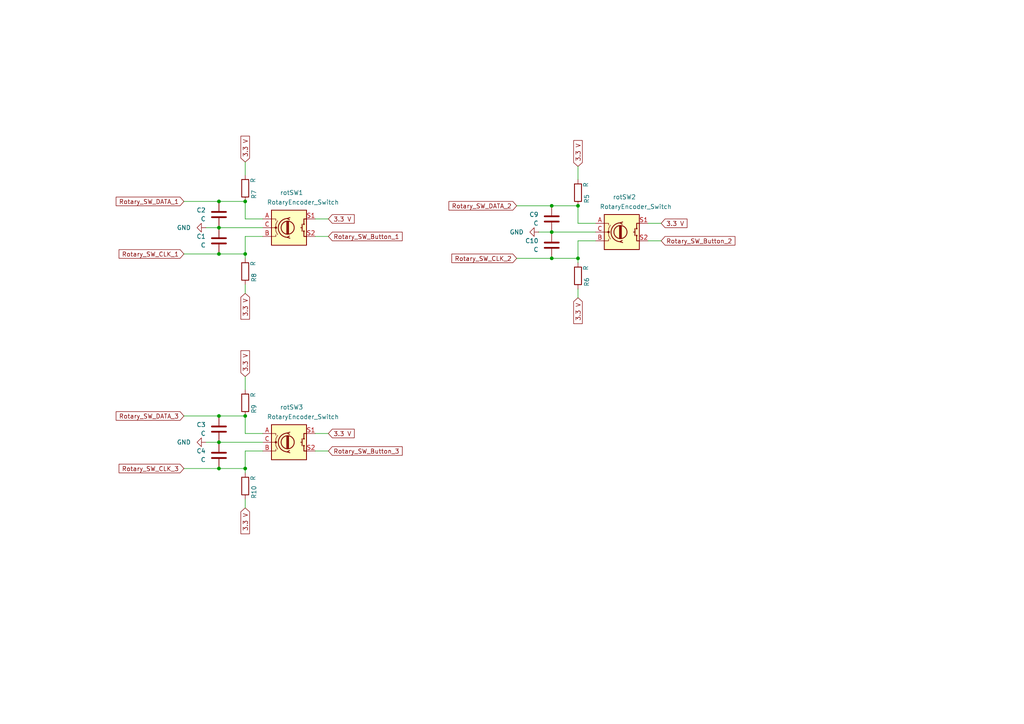
<source format=kicad_sch>
(kicad_sch
	(version 20231120)
	(generator "eeschema")
	(generator_version "8.0")
	(uuid "25d4b2e1-2754-4b25-ad4e-34e4f9c219b2")
	(paper "A4")
	(lib_symbols
		(symbol "Device:C"
			(pin_numbers hide)
			(pin_names
				(offset 0.254)
			)
			(exclude_from_sim no)
			(in_bom yes)
			(on_board yes)
			(property "Reference" "C"
				(at 0.635 2.54 0)
				(effects
					(font
						(size 1.27 1.27)
					)
					(justify left)
				)
			)
			(property "Value" "C"
				(at 0.635 -2.54 0)
				(effects
					(font
						(size 1.27 1.27)
					)
					(justify left)
				)
			)
			(property "Footprint" ""
				(at 0.9652 -3.81 0)
				(effects
					(font
						(size 1.27 1.27)
					)
					(hide yes)
				)
			)
			(property "Datasheet" "~"
				(at 0 0 0)
				(effects
					(font
						(size 1.27 1.27)
					)
					(hide yes)
				)
			)
			(property "Description" "Unpolarized capacitor"
				(at 0 0 0)
				(effects
					(font
						(size 1.27 1.27)
					)
					(hide yes)
				)
			)
			(property "ki_keywords" "cap capacitor"
				(at 0 0 0)
				(effects
					(font
						(size 1.27 1.27)
					)
					(hide yes)
				)
			)
			(property "ki_fp_filters" "C_*"
				(at 0 0 0)
				(effects
					(font
						(size 1.27 1.27)
					)
					(hide yes)
				)
			)
			(symbol "C_0_1"
				(polyline
					(pts
						(xy -2.032 -0.762) (xy 2.032 -0.762)
					)
					(stroke
						(width 0.508)
						(type default)
					)
					(fill
						(type none)
					)
				)
				(polyline
					(pts
						(xy -2.032 0.762) (xy 2.032 0.762)
					)
					(stroke
						(width 0.508)
						(type default)
					)
					(fill
						(type none)
					)
				)
			)
			(symbol "C_1_1"
				(pin passive line
					(at 0 3.81 270)
					(length 2.794)
					(name "~"
						(effects
							(font
								(size 1.27 1.27)
							)
						)
					)
					(number "1"
						(effects
							(font
								(size 1.27 1.27)
							)
						)
					)
				)
				(pin passive line
					(at 0 -3.81 90)
					(length 2.794)
					(name "~"
						(effects
							(font
								(size 1.27 1.27)
							)
						)
					)
					(number "2"
						(effects
							(font
								(size 1.27 1.27)
							)
						)
					)
				)
			)
		)
		(symbol "Device:R"
			(pin_numbers hide)
			(pin_names
				(offset 0)
			)
			(exclude_from_sim no)
			(in_bom yes)
			(on_board yes)
			(property "Reference" "R"
				(at 2.032 0 90)
				(effects
					(font
						(size 1.27 1.27)
					)
				)
			)
			(property "Value" "R"
				(at 0 0 90)
				(effects
					(font
						(size 1.27 1.27)
					)
				)
			)
			(property "Footprint" ""
				(at -1.778 0 90)
				(effects
					(font
						(size 1.27 1.27)
					)
					(hide yes)
				)
			)
			(property "Datasheet" "~"
				(at 0 0 0)
				(effects
					(font
						(size 1.27 1.27)
					)
					(hide yes)
				)
			)
			(property "Description" "Resistor"
				(at 0 0 0)
				(effects
					(font
						(size 1.27 1.27)
					)
					(hide yes)
				)
			)
			(property "ki_keywords" "R res resistor"
				(at 0 0 0)
				(effects
					(font
						(size 1.27 1.27)
					)
					(hide yes)
				)
			)
			(property "ki_fp_filters" "R_*"
				(at 0 0 0)
				(effects
					(font
						(size 1.27 1.27)
					)
					(hide yes)
				)
			)
			(symbol "R_0_1"
				(rectangle
					(start -1.016 -2.54)
					(end 1.016 2.54)
					(stroke
						(width 0.254)
						(type default)
					)
					(fill
						(type none)
					)
				)
			)
			(symbol "R_1_1"
				(pin passive line
					(at 0 3.81 270)
					(length 1.27)
					(name "~"
						(effects
							(font
								(size 1.27 1.27)
							)
						)
					)
					(number "1"
						(effects
							(font
								(size 1.27 1.27)
							)
						)
					)
				)
				(pin passive line
					(at 0 -3.81 90)
					(length 1.27)
					(name "~"
						(effects
							(font
								(size 1.27 1.27)
							)
						)
					)
					(number "2"
						(effects
							(font
								(size 1.27 1.27)
							)
						)
					)
				)
			)
		)
		(symbol "Device:RotaryEncoder_Switch"
			(pin_names
				(offset 0.254) hide)
			(exclude_from_sim no)
			(in_bom yes)
			(on_board yes)
			(property "Reference" "SW"
				(at 0 6.604 0)
				(effects
					(font
						(size 1.27 1.27)
					)
				)
			)
			(property "Value" "RotaryEncoder_Switch"
				(at 0 -6.604 0)
				(effects
					(font
						(size 1.27 1.27)
					)
				)
			)
			(property "Footprint" ""
				(at -3.81 4.064 0)
				(effects
					(font
						(size 1.27 1.27)
					)
					(hide yes)
				)
			)
			(property "Datasheet" "~"
				(at 0 6.604 0)
				(effects
					(font
						(size 1.27 1.27)
					)
					(hide yes)
				)
			)
			(property "Description" "Rotary encoder, dual channel, incremental quadrate outputs, with switch"
				(at 0 0 0)
				(effects
					(font
						(size 1.27 1.27)
					)
					(hide yes)
				)
			)
			(property "ki_keywords" "rotary switch encoder switch push button"
				(at 0 0 0)
				(effects
					(font
						(size 1.27 1.27)
					)
					(hide yes)
				)
			)
			(property "ki_fp_filters" "RotaryEncoder*Switch*"
				(at 0 0 0)
				(effects
					(font
						(size 1.27 1.27)
					)
					(hide yes)
				)
			)
			(symbol "RotaryEncoder_Switch_0_1"
				(rectangle
					(start -5.08 5.08)
					(end 5.08 -5.08)
					(stroke
						(width 0.254)
						(type default)
					)
					(fill
						(type background)
					)
				)
				(circle
					(center -3.81 0)
					(radius 0.254)
					(stroke
						(width 0)
						(type default)
					)
					(fill
						(type outline)
					)
				)
				(circle
					(center -0.381 0)
					(radius 1.905)
					(stroke
						(width 0.254)
						(type default)
					)
					(fill
						(type none)
					)
				)
				(arc
					(start -0.381 2.667)
					(mid -3.0988 -0.0635)
					(end -0.381 -2.794)
					(stroke
						(width 0.254)
						(type default)
					)
					(fill
						(type none)
					)
				)
				(polyline
					(pts
						(xy -0.635 -1.778) (xy -0.635 1.778)
					)
					(stroke
						(width 0.254)
						(type default)
					)
					(fill
						(type none)
					)
				)
				(polyline
					(pts
						(xy -0.381 -1.778) (xy -0.381 1.778)
					)
					(stroke
						(width 0.254)
						(type default)
					)
					(fill
						(type none)
					)
				)
				(polyline
					(pts
						(xy -0.127 1.778) (xy -0.127 -1.778)
					)
					(stroke
						(width 0.254)
						(type default)
					)
					(fill
						(type none)
					)
				)
				(polyline
					(pts
						(xy 3.81 0) (xy 3.429 0)
					)
					(stroke
						(width 0.254)
						(type default)
					)
					(fill
						(type none)
					)
				)
				(polyline
					(pts
						(xy 3.81 1.016) (xy 3.81 -1.016)
					)
					(stroke
						(width 0.254)
						(type default)
					)
					(fill
						(type none)
					)
				)
				(polyline
					(pts
						(xy -5.08 -2.54) (xy -3.81 -2.54) (xy -3.81 -2.032)
					)
					(stroke
						(width 0)
						(type default)
					)
					(fill
						(type none)
					)
				)
				(polyline
					(pts
						(xy -5.08 2.54) (xy -3.81 2.54) (xy -3.81 2.032)
					)
					(stroke
						(width 0)
						(type default)
					)
					(fill
						(type none)
					)
				)
				(polyline
					(pts
						(xy 0.254 -3.048) (xy -0.508 -2.794) (xy 0.127 -2.413)
					)
					(stroke
						(width 0.254)
						(type default)
					)
					(fill
						(type none)
					)
				)
				(polyline
					(pts
						(xy 0.254 2.921) (xy -0.508 2.667) (xy 0.127 2.286)
					)
					(stroke
						(width 0.254)
						(type default)
					)
					(fill
						(type none)
					)
				)
				(polyline
					(pts
						(xy 5.08 -2.54) (xy 4.318 -2.54) (xy 4.318 -1.016)
					)
					(stroke
						(width 0.254)
						(type default)
					)
					(fill
						(type none)
					)
				)
				(polyline
					(pts
						(xy 5.08 2.54) (xy 4.318 2.54) (xy 4.318 1.016)
					)
					(stroke
						(width 0.254)
						(type default)
					)
					(fill
						(type none)
					)
				)
				(polyline
					(pts
						(xy -5.08 0) (xy -3.81 0) (xy -3.81 -1.016) (xy -3.302 -2.032)
					)
					(stroke
						(width 0)
						(type default)
					)
					(fill
						(type none)
					)
				)
				(polyline
					(pts
						(xy -4.318 0) (xy -3.81 0) (xy -3.81 1.016) (xy -3.302 2.032)
					)
					(stroke
						(width 0)
						(type default)
					)
					(fill
						(type none)
					)
				)
				(circle
					(center 4.318 -1.016)
					(radius 0.127)
					(stroke
						(width 0.254)
						(type default)
					)
					(fill
						(type none)
					)
				)
				(circle
					(center 4.318 1.016)
					(radius 0.127)
					(stroke
						(width 0.254)
						(type default)
					)
					(fill
						(type none)
					)
				)
			)
			(symbol "RotaryEncoder_Switch_1_1"
				(pin passive line
					(at -7.62 2.54 0)
					(length 2.54)
					(name "A"
						(effects
							(font
								(size 1.27 1.27)
							)
						)
					)
					(number "A"
						(effects
							(font
								(size 1.27 1.27)
							)
						)
					)
				)
				(pin passive line
					(at -7.62 -2.54 0)
					(length 2.54)
					(name "B"
						(effects
							(font
								(size 1.27 1.27)
							)
						)
					)
					(number "B"
						(effects
							(font
								(size 1.27 1.27)
							)
						)
					)
				)
				(pin passive line
					(at -7.62 0 0)
					(length 2.54)
					(name "C"
						(effects
							(font
								(size 1.27 1.27)
							)
						)
					)
					(number "C"
						(effects
							(font
								(size 1.27 1.27)
							)
						)
					)
				)
				(pin passive line
					(at 7.62 2.54 180)
					(length 2.54)
					(name "S1"
						(effects
							(font
								(size 1.27 1.27)
							)
						)
					)
					(number "S1"
						(effects
							(font
								(size 1.27 1.27)
							)
						)
					)
				)
				(pin passive line
					(at 7.62 -2.54 180)
					(length 2.54)
					(name "S2"
						(effects
							(font
								(size 1.27 1.27)
							)
						)
					)
					(number "S2"
						(effects
							(font
								(size 1.27 1.27)
							)
						)
					)
				)
			)
		)
		(symbol "power:GND"
			(power)
			(pin_numbers hide)
			(pin_names
				(offset 0) hide)
			(exclude_from_sim no)
			(in_bom yes)
			(on_board yes)
			(property "Reference" "#PWR"
				(at 0 -6.35 0)
				(effects
					(font
						(size 1.27 1.27)
					)
					(hide yes)
				)
			)
			(property "Value" "GND"
				(at 0 -3.81 0)
				(effects
					(font
						(size 1.27 1.27)
					)
				)
			)
			(property "Footprint" ""
				(at 0 0 0)
				(effects
					(font
						(size 1.27 1.27)
					)
					(hide yes)
				)
			)
			(property "Datasheet" ""
				(at 0 0 0)
				(effects
					(font
						(size 1.27 1.27)
					)
					(hide yes)
				)
			)
			(property "Description" "Power symbol creates a global label with name \"GND\" , ground"
				(at 0 0 0)
				(effects
					(font
						(size 1.27 1.27)
					)
					(hide yes)
				)
			)
			(property "ki_keywords" "global power"
				(at 0 0 0)
				(effects
					(font
						(size 1.27 1.27)
					)
					(hide yes)
				)
			)
			(symbol "GND_0_1"
				(polyline
					(pts
						(xy 0 0) (xy 0 -1.27) (xy 1.27 -1.27) (xy 0 -2.54) (xy -1.27 -1.27) (xy 0 -1.27)
					)
					(stroke
						(width 0)
						(type default)
					)
					(fill
						(type none)
					)
				)
			)
			(symbol "GND_1_1"
				(pin power_in line
					(at 0 0 270)
					(length 0)
					(name "~"
						(effects
							(font
								(size 1.27 1.27)
							)
						)
					)
					(number "1"
						(effects
							(font
								(size 1.27 1.27)
							)
						)
					)
				)
			)
		)
	)
	(junction
		(at 160.02 74.93)
		(diameter 0)
		(color 0 0 0 0)
		(uuid "1463ff94-cca6-4836-8a64-e7c53534f64a")
	)
	(junction
		(at 63.5 73.66)
		(diameter 0)
		(color 0 0 0 0)
		(uuid "1ad73867-fa24-43cf-969d-11562a50d8ad")
	)
	(junction
		(at 63.5 120.65)
		(diameter 0)
		(color 0 0 0 0)
		(uuid "423ae16c-1244-4b06-aeae-612c24002ef7")
	)
	(junction
		(at 63.5 128.27)
		(diameter 0)
		(color 0 0 0 0)
		(uuid "56bbe150-b2b9-4532-a2fa-2a7b6f17779d")
	)
	(junction
		(at 167.64 74.93)
		(diameter 0)
		(color 0 0 0 0)
		(uuid "6130aa74-dd41-4e6e-b727-2054fd7583ca")
	)
	(junction
		(at 63.5 135.89)
		(diameter 0)
		(color 0 0 0 0)
		(uuid "79b1c327-299a-45d6-840b-a897da6b2de7")
	)
	(junction
		(at 63.5 58.42)
		(diameter 0)
		(color 0 0 0 0)
		(uuid "7ee3946e-3b68-415c-bddf-5afd4d2af77d")
	)
	(junction
		(at 71.12 120.65)
		(diameter 0)
		(color 0 0 0 0)
		(uuid "813ec9fa-7d1c-4223-8312-df8f1b1839a5")
	)
	(junction
		(at 71.12 73.66)
		(diameter 0)
		(color 0 0 0 0)
		(uuid "87d2832a-0962-46df-90bb-c27fccc3fe80")
	)
	(junction
		(at 71.12 58.42)
		(diameter 0)
		(color 0 0 0 0)
		(uuid "a9337258-19b7-430a-bdd4-e04647703ab3")
	)
	(junction
		(at 160.02 67.31)
		(diameter 0)
		(color 0 0 0 0)
		(uuid "b84dfd47-a0ff-43bf-b55c-22d0f7fdf493")
	)
	(junction
		(at 160.02 59.69)
		(diameter 0)
		(color 0 0 0 0)
		(uuid "bab6d251-97f7-463b-85b7-4bc7c6a39739")
	)
	(junction
		(at 71.12 135.89)
		(diameter 0)
		(color 0 0 0 0)
		(uuid "bf160b35-55ed-4ae4-8405-99c18845a191")
	)
	(junction
		(at 167.64 59.69)
		(diameter 0)
		(color 0 0 0 0)
		(uuid "def6721f-b070-4f23-a5a9-b05f0515aace")
	)
	(junction
		(at 63.5 66.04)
		(diameter 0)
		(color 0 0 0 0)
		(uuid "eacde767-4fa3-4e42-9ce1-d31de24c77da")
	)
	(wire
		(pts
			(xy 63.5 128.27) (xy 76.2 128.27)
		)
		(stroke
			(width 0)
			(type default)
		)
		(uuid "0b83bd34-e629-47c4-a769-07b14fad2de8")
	)
	(wire
		(pts
			(xy 160.02 59.69) (xy 167.64 59.69)
		)
		(stroke
			(width 0)
			(type default)
		)
		(uuid "0eafcef7-94de-4be3-9fcb-f4a6c64d8710")
	)
	(wire
		(pts
			(xy 53.34 120.65) (xy 63.5 120.65)
		)
		(stroke
			(width 0)
			(type default)
		)
		(uuid "164731d1-f67e-4e9c-8045-4f4184829f98")
	)
	(wire
		(pts
			(xy 167.64 64.77) (xy 172.72 64.77)
		)
		(stroke
			(width 0)
			(type default)
		)
		(uuid "16b58538-85f2-4c9e-a42b-84e014ca7756")
	)
	(wire
		(pts
			(xy 71.12 120.65) (xy 71.12 125.73)
		)
		(stroke
			(width 0)
			(type default)
		)
		(uuid "19306410-eb79-43c5-a4b6-5992f94e1583")
	)
	(wire
		(pts
			(xy 167.64 69.85) (xy 172.72 69.85)
		)
		(stroke
			(width 0)
			(type default)
		)
		(uuid "375f6331-7b72-45df-8d16-9d0b8c576d51")
	)
	(wire
		(pts
			(xy 95.25 130.81) (xy 91.44 130.81)
		)
		(stroke
			(width 0)
			(type default)
		)
		(uuid "3d7ff5f9-a184-4838-8876-96cf266ab25c")
	)
	(wire
		(pts
			(xy 71.12 73.66) (xy 71.12 74.93)
		)
		(stroke
			(width 0)
			(type default)
		)
		(uuid "3f948168-1b21-4cb7-8229-3025cc39d983")
	)
	(wire
		(pts
			(xy 71.12 125.73) (xy 76.2 125.73)
		)
		(stroke
			(width 0)
			(type default)
		)
		(uuid "42e1af0f-254c-4859-a35c-619e0ba44e3a")
	)
	(wire
		(pts
			(xy 71.12 73.66) (xy 71.12 68.58)
		)
		(stroke
			(width 0)
			(type default)
		)
		(uuid "5202a28b-7173-4238-9973-e0319d2ade43")
	)
	(wire
		(pts
			(xy 191.77 69.85) (xy 187.96 69.85)
		)
		(stroke
			(width 0)
			(type default)
		)
		(uuid "5460a0b3-287c-4ede-9f42-ad36a77efc0b")
	)
	(wire
		(pts
			(xy 63.5 120.65) (xy 71.12 120.65)
		)
		(stroke
			(width 0)
			(type default)
		)
		(uuid "5520e068-e48a-4950-a6e6-5d91924bee3c")
	)
	(wire
		(pts
			(xy 71.12 68.58) (xy 76.2 68.58)
		)
		(stroke
			(width 0)
			(type default)
		)
		(uuid "598018df-7620-49c1-b3c0-230a8e832550")
	)
	(wire
		(pts
			(xy 71.12 58.42) (xy 71.12 63.5)
		)
		(stroke
			(width 0)
			(type default)
		)
		(uuid "5faac933-ee66-40e6-93b9-e80828ea77c6")
	)
	(wire
		(pts
			(xy 53.34 58.42) (xy 63.5 58.42)
		)
		(stroke
			(width 0)
			(type default)
		)
		(uuid "64a5d91d-50ea-4b87-a258-a7cd88635744")
	)
	(wire
		(pts
			(xy 71.12 63.5) (xy 76.2 63.5)
		)
		(stroke
			(width 0)
			(type default)
		)
		(uuid "6ab3701d-c4d9-43db-8569-bb733138011b")
	)
	(wire
		(pts
			(xy 167.64 48.26) (xy 167.64 52.07)
		)
		(stroke
			(width 0)
			(type default)
		)
		(uuid "6d2cbeaa-a1f1-441f-9877-4352376cf16c")
	)
	(wire
		(pts
			(xy 71.12 130.81) (xy 76.2 130.81)
		)
		(stroke
			(width 0)
			(type default)
		)
		(uuid "6fbc59b8-ea35-45aa-a5ea-1523d0177abf")
	)
	(wire
		(pts
			(xy 53.34 135.89) (xy 63.5 135.89)
		)
		(stroke
			(width 0)
			(type default)
		)
		(uuid "7d592f4a-8e15-4fbe-ab3a-d641022b33b3")
	)
	(wire
		(pts
			(xy 160.02 67.31) (xy 172.72 67.31)
		)
		(stroke
			(width 0)
			(type default)
		)
		(uuid "889c6ef6-ecf5-436e-95b9-9546e56313c9")
	)
	(wire
		(pts
			(xy 53.34 73.66) (xy 63.5 73.66)
		)
		(stroke
			(width 0)
			(type default)
		)
		(uuid "88bbc8db-ffda-4b70-a3bb-47fcd6cc1363")
	)
	(wire
		(pts
			(xy 71.12 135.89) (xy 71.12 137.16)
		)
		(stroke
			(width 0)
			(type default)
		)
		(uuid "8a4ae725-54d7-4c48-b9de-e9af3773edcf")
	)
	(wire
		(pts
			(xy 63.5 66.04) (xy 76.2 66.04)
		)
		(stroke
			(width 0)
			(type default)
		)
		(uuid "8c5cc251-3fb4-4457-a162-988c68dda5a7")
	)
	(wire
		(pts
			(xy 63.5 135.89) (xy 71.12 135.89)
		)
		(stroke
			(width 0)
			(type default)
		)
		(uuid "8e92e62f-2c81-4f60-affe-d30bdda0c87e")
	)
	(wire
		(pts
			(xy 167.64 59.69) (xy 167.64 64.77)
		)
		(stroke
			(width 0)
			(type default)
		)
		(uuid "8efb4c92-bbff-4003-a12f-212d9dccac8d")
	)
	(wire
		(pts
			(xy 95.25 68.58) (xy 91.44 68.58)
		)
		(stroke
			(width 0)
			(type default)
		)
		(uuid "92e409c2-f74a-4c8b-93b3-c0d46b8b35aa")
	)
	(wire
		(pts
			(xy 63.5 73.66) (xy 71.12 73.66)
		)
		(stroke
			(width 0)
			(type default)
		)
		(uuid "9aef6e0e-a352-499a-b595-6dd361d765ac")
	)
	(wire
		(pts
			(xy 149.86 59.69) (xy 160.02 59.69)
		)
		(stroke
			(width 0)
			(type default)
		)
		(uuid "a2c339f6-226c-420e-ad0f-2fbed69314b3")
	)
	(wire
		(pts
			(xy 95.25 125.73) (xy 91.44 125.73)
		)
		(stroke
			(width 0)
			(type default)
		)
		(uuid "a6af2f21-0078-4f80-9144-45626f036b35")
	)
	(wire
		(pts
			(xy 71.12 46.99) (xy 71.12 50.8)
		)
		(stroke
			(width 0)
			(type default)
		)
		(uuid "a8f17c70-0de4-4b66-9c2d-b00eef9999ca")
	)
	(wire
		(pts
			(xy 167.64 83.82) (xy 167.64 86.36)
		)
		(stroke
			(width 0)
			(type default)
		)
		(uuid "bc71c30b-d476-4d1c-8005-0268c7532fee")
	)
	(wire
		(pts
			(xy 149.86 74.93) (xy 160.02 74.93)
		)
		(stroke
			(width 0)
			(type default)
		)
		(uuid "bc8d86ee-f575-4c37-b45b-7619f47bbf84")
	)
	(wire
		(pts
			(xy 71.12 135.89) (xy 71.12 130.81)
		)
		(stroke
			(width 0)
			(type default)
		)
		(uuid "c1f10489-9402-4dc6-b41f-ed5cd7770535")
	)
	(wire
		(pts
			(xy 71.12 144.78) (xy 71.12 147.32)
		)
		(stroke
			(width 0)
			(type default)
		)
		(uuid "c2006770-2661-4120-973e-cea1ae20ec82")
	)
	(wire
		(pts
			(xy 71.12 109.22) (xy 71.12 113.03)
		)
		(stroke
			(width 0)
			(type default)
		)
		(uuid "c55bf247-06b5-47f9-a01b-80bc697d15bc")
	)
	(wire
		(pts
			(xy 167.64 74.93) (xy 167.64 76.2)
		)
		(stroke
			(width 0)
			(type default)
		)
		(uuid "d29a93aa-b63e-44e9-be29-1d5c6511d4a1")
	)
	(wire
		(pts
			(xy 95.25 63.5) (xy 91.44 63.5)
		)
		(stroke
			(width 0)
			(type default)
		)
		(uuid "d31610f0-761d-4cff-9bad-67abad69c915")
	)
	(wire
		(pts
			(xy 59.69 66.04) (xy 63.5 66.04)
		)
		(stroke
			(width 0)
			(type default)
		)
		(uuid "da3b629a-a303-4d03-81eb-c61f48730710")
	)
	(wire
		(pts
			(xy 71.12 82.55) (xy 71.12 85.09)
		)
		(stroke
			(width 0)
			(type default)
		)
		(uuid "e09eeb74-9b55-4258-aa1b-a1c26d6b8e39")
	)
	(wire
		(pts
			(xy 156.21 67.31) (xy 160.02 67.31)
		)
		(stroke
			(width 0)
			(type default)
		)
		(uuid "e1f94229-58b0-4eaa-bac1-655e2c24f5b6")
	)
	(wire
		(pts
			(xy 63.5 58.42) (xy 71.12 58.42)
		)
		(stroke
			(width 0)
			(type default)
		)
		(uuid "eb1a5e2b-b9c5-4b36-ac7d-901ae671eaff")
	)
	(wire
		(pts
			(xy 191.77 64.77) (xy 187.96 64.77)
		)
		(stroke
			(width 0)
			(type default)
		)
		(uuid "ef251cdc-813d-4332-bb8f-f7b46ec9ca11")
	)
	(wire
		(pts
			(xy 167.64 74.93) (xy 167.64 69.85)
		)
		(stroke
			(width 0)
			(type default)
		)
		(uuid "f972506f-82ae-49dd-bac8-61549819fd61")
	)
	(wire
		(pts
			(xy 59.69 128.27) (xy 63.5 128.27)
		)
		(stroke
			(width 0)
			(type default)
		)
		(uuid "f9952587-6472-4923-9a91-92ee7a3321a6")
	)
	(wire
		(pts
			(xy 160.02 74.93) (xy 167.64 74.93)
		)
		(stroke
			(width 0)
			(type default)
		)
		(uuid "ff796b29-1801-4af2-a304-90cea2587c6f")
	)
	(global_label "3.3 V"
		(shape input)
		(at 191.77 64.77 0)
		(fields_autoplaced yes)
		(effects
			(font
				(size 1.27 1.27)
			)
			(justify left)
		)
		(uuid "0191c47e-31cc-48fe-b474-7364b32a5557")
		(property "Intersheetrefs" "${INTERSHEET_REFS}"
			(at 199.8352 64.77 0)
			(effects
				(font
					(size 1.27 1.27)
				)
				(justify left)
				(hide yes)
			)
		)
	)
	(global_label "Rotary_SW_CLK_2"
		(shape input)
		(at 149.86 74.93 180)
		(fields_autoplaced yes)
		(effects
			(font
				(size 1.27 1.27)
			)
			(justify right)
		)
		(uuid "12b930ce-3d85-4f16-8566-76ec132329aa")
		(property "Intersheetrefs" "${INTERSHEET_REFS}"
			(at 130.486 74.93 0)
			(effects
				(font
					(size 1.27 1.27)
				)
				(justify right)
				(hide yes)
			)
		)
	)
	(global_label "3.3 V"
		(shape input)
		(at 167.64 86.36 270)
		(fields_autoplaced yes)
		(effects
			(font
				(size 1.27 1.27)
			)
			(justify right)
		)
		(uuid "273f6400-19d6-45e3-9509-2010741eda48")
		(property "Intersheetrefs" "${INTERSHEET_REFS}"
			(at 167.64 94.4252 90)
			(effects
				(font
					(size 1.27 1.27)
				)
				(justify right)
				(hide yes)
			)
		)
	)
	(global_label "3.3 V"
		(shape input)
		(at 71.12 147.32 270)
		(fields_autoplaced yes)
		(effects
			(font
				(size 1.27 1.27)
			)
			(justify right)
		)
		(uuid "2c65d58c-a8c8-43fa-8b7d-6a069a0dabc8")
		(property "Intersheetrefs" "${INTERSHEET_REFS}"
			(at 71.12 155.3852 90)
			(effects
				(font
					(size 1.27 1.27)
				)
				(justify right)
				(hide yes)
			)
		)
	)
	(global_label "3.3 V"
		(shape input)
		(at 71.12 109.22 90)
		(fields_autoplaced yes)
		(effects
			(font
				(size 1.27 1.27)
			)
			(justify left)
		)
		(uuid "57d580c5-8881-43d3-84e5-b440ec55fc55")
		(property "Intersheetrefs" "${INTERSHEET_REFS}"
			(at 71.12 101.1548 90)
			(effects
				(font
					(size 1.27 1.27)
				)
				(justify left)
				(hide yes)
			)
		)
	)
	(global_label "Rotary_SW_DATA_2"
		(shape input)
		(at 149.86 59.69 180)
		(fields_autoplaced yes)
		(effects
			(font
				(size 1.27 1.27)
			)
			(justify right)
		)
		(uuid "673248a1-64f0-4963-afb1-6df2d20b7eeb")
		(property "Intersheetrefs" "${INTERSHEET_REFS}"
			(at 129.6393 59.69 0)
			(effects
				(font
					(size 1.27 1.27)
				)
				(justify right)
				(hide yes)
			)
		)
	)
	(global_label "Rotary_SW_Button_1"
		(shape input)
		(at 95.25 68.58 0)
		(fields_autoplaced yes)
		(effects
			(font
				(size 1.27 1.27)
			)
			(justify left)
		)
		(uuid "6a433712-ff1d-4f13-be0f-5c2b1837b58d")
		(property "Intersheetrefs" "${INTERSHEET_REFS}"
			(at 117.2243 68.58 0)
			(effects
				(font
					(size 1.27 1.27)
				)
				(justify left)
				(hide yes)
			)
		)
	)
	(global_label "Rotary_SW_DATA_1"
		(shape input)
		(at 53.34 58.42 180)
		(fields_autoplaced yes)
		(effects
			(font
				(size 1.27 1.27)
			)
			(justify right)
		)
		(uuid "7064b8b4-3f24-4671-aa42-0942227897a1")
		(property "Intersheetrefs" "${INTERSHEET_REFS}"
			(at 33.1193 58.42 0)
			(effects
				(font
					(size 1.27 1.27)
				)
				(justify right)
				(hide yes)
			)
		)
	)
	(global_label "Rotary_SW_CLK_1"
		(shape input)
		(at 53.34 73.66 180)
		(fields_autoplaced yes)
		(effects
			(font
				(size 1.27 1.27)
			)
			(justify right)
		)
		(uuid "7684aafd-75df-436b-890c-25bfdbc4e25a")
		(property "Intersheetrefs" "${INTERSHEET_REFS}"
			(at 33.966 73.66 0)
			(effects
				(font
					(size 1.27 1.27)
				)
				(justify right)
				(hide yes)
			)
		)
	)
	(global_label "Rotary_SW_CLK_3"
		(shape input)
		(at 53.34 135.89 180)
		(fields_autoplaced yes)
		(effects
			(font
				(size 1.27 1.27)
			)
			(justify right)
		)
		(uuid "81bdd376-f2a8-48c1-8272-89aea9c6a316")
		(property "Intersheetrefs" "${INTERSHEET_REFS}"
			(at 33.966 135.89 0)
			(effects
				(font
					(size 1.27 1.27)
				)
				(justify right)
				(hide yes)
			)
		)
	)
	(global_label "3.3 V"
		(shape input)
		(at 95.25 125.73 0)
		(fields_autoplaced yes)
		(effects
			(font
				(size 1.27 1.27)
			)
			(justify left)
		)
		(uuid "81c3d636-caa1-4ed2-a790-9622b30f8e58")
		(property "Intersheetrefs" "${INTERSHEET_REFS}"
			(at 103.3152 125.73 0)
			(effects
				(font
					(size 1.27 1.27)
				)
				(justify left)
				(hide yes)
			)
		)
	)
	(global_label "Rotary_SW_Button_3"
		(shape input)
		(at 95.25 130.81 0)
		(fields_autoplaced yes)
		(effects
			(font
				(size 1.27 1.27)
			)
			(justify left)
		)
		(uuid "917b90ae-caf2-49ee-848b-99bb15cea62b")
		(property "Intersheetrefs" "${INTERSHEET_REFS}"
			(at 117.2243 130.81 0)
			(effects
				(font
					(size 1.27 1.27)
				)
				(justify left)
				(hide yes)
			)
		)
	)
	(global_label "3.3 V"
		(shape input)
		(at 71.12 85.09 270)
		(fields_autoplaced yes)
		(effects
			(font
				(size 1.27 1.27)
			)
			(justify right)
		)
		(uuid "a03afe3a-9208-4a5b-a7ec-afb89b550146")
		(property "Intersheetrefs" "${INTERSHEET_REFS}"
			(at 71.12 93.1552 90)
			(effects
				(font
					(size 1.27 1.27)
				)
				(justify right)
				(hide yes)
			)
		)
	)
	(global_label "3.3 V"
		(shape input)
		(at 167.64 48.26 90)
		(fields_autoplaced yes)
		(effects
			(font
				(size 1.27 1.27)
			)
			(justify left)
		)
		(uuid "b65e37ba-1449-483c-921a-50256bebda52")
		(property "Intersheetrefs" "${INTERSHEET_REFS}"
			(at 167.64 40.1948 90)
			(effects
				(font
					(size 1.27 1.27)
				)
				(justify left)
				(hide yes)
			)
		)
	)
	(global_label "Rotary_SW_DATA_3"
		(shape input)
		(at 53.34 120.65 180)
		(fields_autoplaced yes)
		(effects
			(font
				(size 1.27 1.27)
			)
			(justify right)
		)
		(uuid "dd5adb90-f5b0-45d8-b334-4c09ac359070")
		(property "Intersheetrefs" "${INTERSHEET_REFS}"
			(at 33.1193 120.65 0)
			(effects
				(font
					(size 1.27 1.27)
				)
				(justify right)
				(hide yes)
			)
		)
	)
	(global_label "3.3 V"
		(shape input)
		(at 95.25 63.5 0)
		(fields_autoplaced yes)
		(effects
			(font
				(size 1.27 1.27)
			)
			(justify left)
		)
		(uuid "e60e3525-3b20-4caa-bdac-f3cd3360c0bb")
		(property "Intersheetrefs" "${INTERSHEET_REFS}"
			(at 103.3152 63.5 0)
			(effects
				(font
					(size 1.27 1.27)
				)
				(justify left)
				(hide yes)
			)
		)
	)
	(global_label "Rotary_SW_Button_2"
		(shape input)
		(at 191.77 69.85 0)
		(fields_autoplaced yes)
		(effects
			(font
				(size 1.27 1.27)
			)
			(justify left)
		)
		(uuid "eba61984-e89f-41ae-b151-2e68c00583fa")
		(property "Intersheetrefs" "${INTERSHEET_REFS}"
			(at 213.7443 69.85 0)
			(effects
				(font
					(size 1.27 1.27)
				)
				(justify left)
				(hide yes)
			)
		)
	)
	(global_label "3.3 V"
		(shape input)
		(at 71.12 46.99 90)
		(fields_autoplaced yes)
		(effects
			(font
				(size 1.27 1.27)
			)
			(justify left)
		)
		(uuid "fec18e10-ee11-4b6e-8bd4-c3c4284e678c")
		(property "Intersheetrefs" "${INTERSHEET_REFS}"
			(at 71.12 38.9248 90)
			(effects
				(font
					(size 1.27 1.27)
				)
				(justify left)
				(hide yes)
			)
		)
	)
	(symbol
		(lib_id "Device:C")
		(at 63.5 132.08 0)
		(mirror y)
		(unit 1)
		(exclude_from_sim no)
		(in_bom yes)
		(on_board yes)
		(dnp no)
		(uuid "056774ea-13eb-4398-9ea8-5ee9cd3fcc15")
		(property "Reference" "C4"
			(at 59.69 130.8099 0)
			(effects
				(font
					(size 1.27 1.27)
				)
				(justify left)
			)
		)
		(property "Value" "C"
			(at 59.69 133.3499 0)
			(effects
				(font
					(size 1.27 1.27)
				)
				(justify left)
			)
		)
		(property "Footprint" "Capacitor_SMD:C_1206_3216Metric"
			(at 62.5348 135.89 0)
			(effects
				(font
					(size 1.27 1.27)
				)
				(hide yes)
			)
		)
		(property "Datasheet" "~"
			(at 63.5 132.08 0)
			(effects
				(font
					(size 1.27 1.27)
				)
				(hide yes)
			)
		)
		(property "Description" "Unpolarized capacitor"
			(at 63.5 132.08 0)
			(effects
				(font
					(size 1.27 1.27)
				)
				(hide yes)
			)
		)
		(pin "1"
			(uuid "12328bb3-cea0-481f-a155-47e31d809f1a")
		)
		(pin "2"
			(uuid "6fcfa746-af50-4f97-a772-0b8e79c76ef6")
		)
		(instances
			(project "main_pcb"
				(path "/b764235d-842d-41df-960a-a32e4258c2ec/56e82540-e2b6-44d8-85c4-896b43117f50"
					(reference "C4")
					(unit 1)
				)
			)
		)
	)
	(symbol
		(lib_id "Device:RotaryEncoder_Switch")
		(at 83.82 128.27 0)
		(unit 1)
		(exclude_from_sim no)
		(in_bom yes)
		(on_board yes)
		(dnp no)
		(uuid "25e169af-963a-488f-9dfa-27ee9f93e90f")
		(property "Reference" "rotSW3"
			(at 84.582 118.11 0)
			(effects
				(font
					(size 1.27 1.27)
				)
			)
		)
		(property "Value" "RotaryEncoder_Switch"
			(at 87.884 120.904 0)
			(effects
				(font
					(size 1.27 1.27)
				)
			)
		)
		(property "Footprint" "Rotary_Encoder:RotaryEncoder_Alps_EC11E-Switch_Vertical_H20mm"
			(at 80.01 124.206 0)
			(effects
				(font
					(size 1.27 1.27)
				)
				(hide yes)
			)
		)
		(property "Datasheet" "~"
			(at 83.82 121.666 0)
			(effects
				(font
					(size 1.27 1.27)
				)
				(hide yes)
			)
		)
		(property "Description" "Rotary encoder, dual channel, incremental quadrate outputs, with switch"
			(at 83.82 128.27 0)
			(effects
				(font
					(size 1.27 1.27)
				)
				(hide yes)
			)
		)
		(pin "C"
			(uuid "98d45292-d94b-4685-b796-c00e8352513d")
		)
		(pin "A"
			(uuid "0c4032a5-d606-46a9-b20f-cfbac9dcc2af")
		)
		(pin "S1"
			(uuid "e5e68d1c-885b-4214-89c2-d57b507ba2a3")
		)
		(pin "S2"
			(uuid "5357e9a2-784a-4b8b-baac-85dbc0e7c3ae")
		)
		(pin "B"
			(uuid "8adec52d-5205-4ae6-99f3-375ccb3af72d")
		)
		(instances
			(project "main_pcb"
				(path "/b764235d-842d-41df-960a-a32e4258c2ec/56e82540-e2b6-44d8-85c4-896b43117f50"
					(reference "rotSW3")
					(unit 1)
				)
			)
		)
	)
	(symbol
		(lib_id "Device:C")
		(at 160.02 71.12 0)
		(mirror y)
		(unit 1)
		(exclude_from_sim no)
		(in_bom yes)
		(on_board yes)
		(dnp no)
		(uuid "30113405-cb1d-4626-9aef-629b74b519fa")
		(property "Reference" "C10"
			(at 156.21 69.8499 0)
			(effects
				(font
					(size 1.27 1.27)
				)
				(justify left)
			)
		)
		(property "Value" "C"
			(at 156.21 72.3899 0)
			(effects
				(font
					(size 1.27 1.27)
				)
				(justify left)
			)
		)
		(property "Footprint" "Capacitor_SMD:C_1206_3216Metric"
			(at 159.0548 74.93 0)
			(effects
				(font
					(size 1.27 1.27)
				)
				(hide yes)
			)
		)
		(property "Datasheet" "~"
			(at 160.02 71.12 0)
			(effects
				(font
					(size 1.27 1.27)
				)
				(hide yes)
			)
		)
		(property "Description" "Unpolarized capacitor"
			(at 160.02 71.12 0)
			(effects
				(font
					(size 1.27 1.27)
				)
				(hide yes)
			)
		)
		(pin "1"
			(uuid "7880f97a-772a-40e9-8a19-7f0a5bc50f0c")
		)
		(pin "2"
			(uuid "3c55041f-8bf5-4998-8eaf-ec7d9fdf0125")
		)
		(instances
			(project "main_pcb"
				(path "/b764235d-842d-41df-960a-a32e4258c2ec/56e82540-e2b6-44d8-85c4-896b43117f50"
					(reference "C10")
					(unit 1)
				)
			)
		)
	)
	(symbol
		(lib_id "power:GND")
		(at 59.69 128.27 270)
		(unit 1)
		(exclude_from_sim no)
		(in_bom yes)
		(on_board yes)
		(dnp no)
		(uuid "3d75fba9-d67c-4197-b603-522b358004e3")
		(property "Reference" "#PWR06"
			(at 53.34 128.27 0)
			(effects
				(font
					(size 1.27 1.27)
				)
				(hide yes)
			)
		)
		(property "Value" "GND"
			(at 55.372 128.27 90)
			(effects
				(font
					(size 1.27 1.27)
				)
				(justify right)
			)
		)
		(property "Footprint" ""
			(at 59.69 128.27 0)
			(effects
				(font
					(size 1.27 1.27)
				)
				(hide yes)
			)
		)
		(property "Datasheet" ""
			(at 59.69 128.27 0)
			(effects
				(font
					(size 1.27 1.27)
				)
				(hide yes)
			)
		)
		(property "Description" "Power symbol creates a global label with name \"GND\" , ground"
			(at 59.69 128.27 0)
			(effects
				(font
					(size 1.27 1.27)
				)
				(hide yes)
			)
		)
		(pin "1"
			(uuid "03c6658e-ef4c-4f32-baac-5297a7218187")
		)
		(instances
			(project "main_pcb"
				(path "/b764235d-842d-41df-960a-a32e4258c2ec/56e82540-e2b6-44d8-85c4-896b43117f50"
					(reference "#PWR06")
					(unit 1)
				)
			)
		)
	)
	(symbol
		(lib_id "Device:R")
		(at 167.64 55.88 0)
		(mirror x)
		(unit 1)
		(exclude_from_sim no)
		(in_bom yes)
		(on_board yes)
		(dnp no)
		(uuid "51519742-e42a-41a7-ad68-03c9ef4c513d")
		(property "Reference" "R5"
			(at 170.18 57.658 90)
			(effects
				(font
					(size 1.27 1.27)
				)
			)
		)
		(property "Value" "R"
			(at 169.926 53.594 90)
			(effects
				(font
					(size 1.27 1.27)
				)
			)
		)
		(property "Footprint" "Resistor_SMD:R_1206_3216Metric"
			(at 165.862 55.88 90)
			(effects
				(font
					(size 1.27 1.27)
				)
				(hide yes)
			)
		)
		(property "Datasheet" "~"
			(at 167.64 55.88 0)
			(effects
				(font
					(size 1.27 1.27)
				)
				(hide yes)
			)
		)
		(property "Description" "Resistor"
			(at 167.64 55.88 0)
			(effects
				(font
					(size 1.27 1.27)
				)
				(hide yes)
			)
		)
		(pin "2"
			(uuid "a7fc6fb2-d65d-4547-ae5f-c1912db47494")
		)
		(pin "1"
			(uuid "62546646-4d1e-42e4-8145-a57cccd88f2c")
		)
		(instances
			(project "main_pcb"
				(path "/b764235d-842d-41df-960a-a32e4258c2ec/56e82540-e2b6-44d8-85c4-896b43117f50"
					(reference "R5")
					(unit 1)
				)
			)
		)
	)
	(symbol
		(lib_id "Device:R")
		(at 167.64 80.01 0)
		(mirror x)
		(unit 1)
		(exclude_from_sim no)
		(in_bom yes)
		(on_board yes)
		(dnp no)
		(uuid "5b32ed45-6e16-422c-ab31-6750c86d7c0b")
		(property "Reference" "R6"
			(at 170.18 81.788 90)
			(effects
				(font
					(size 1.27 1.27)
				)
			)
		)
		(property "Value" "R"
			(at 169.926 77.724 90)
			(effects
				(font
					(size 1.27 1.27)
				)
			)
		)
		(property "Footprint" "Resistor_SMD:R_1206_3216Metric"
			(at 165.862 80.01 90)
			(effects
				(font
					(size 1.27 1.27)
				)
				(hide yes)
			)
		)
		(property "Datasheet" "~"
			(at 167.64 80.01 0)
			(effects
				(font
					(size 1.27 1.27)
				)
				(hide yes)
			)
		)
		(property "Description" "Resistor"
			(at 167.64 80.01 0)
			(effects
				(font
					(size 1.27 1.27)
				)
				(hide yes)
			)
		)
		(pin "2"
			(uuid "900852e0-8121-40ba-8906-fb3f44a6b9ea")
		)
		(pin "1"
			(uuid "4b00c15a-ae8a-4f41-b19c-1244973f1b1d")
		)
		(instances
			(project "main_pcb"
				(path "/b764235d-842d-41df-960a-a32e4258c2ec/56e82540-e2b6-44d8-85c4-896b43117f50"
					(reference "R6")
					(unit 1)
				)
			)
		)
	)
	(symbol
		(lib_id "Device:R")
		(at 71.12 116.84 0)
		(mirror x)
		(unit 1)
		(exclude_from_sim no)
		(in_bom yes)
		(on_board yes)
		(dnp no)
		(uuid "6ea04ab2-02d7-4f8d-9c56-5bc6cdf81983")
		(property "Reference" "R9"
			(at 73.66 118.618 90)
			(effects
				(font
					(size 1.27 1.27)
				)
			)
		)
		(property "Value" "R"
			(at 73.406 114.554 90)
			(effects
				(font
					(size 1.27 1.27)
				)
			)
		)
		(property "Footprint" "Resistor_SMD:R_1206_3216Metric"
			(at 69.342 116.84 90)
			(effects
				(font
					(size 1.27 1.27)
				)
				(hide yes)
			)
		)
		(property "Datasheet" "~"
			(at 71.12 116.84 0)
			(effects
				(font
					(size 1.27 1.27)
				)
				(hide yes)
			)
		)
		(property "Description" "Resistor"
			(at 71.12 116.84 0)
			(effects
				(font
					(size 1.27 1.27)
				)
				(hide yes)
			)
		)
		(pin "2"
			(uuid "cf64cc8b-2d8b-4342-9eb5-a51bbdbbf75f")
		)
		(pin "1"
			(uuid "6ff90104-a930-48e9-b0ca-0bd56a73972e")
		)
		(instances
			(project "main_pcb"
				(path "/b764235d-842d-41df-960a-a32e4258c2ec/56e82540-e2b6-44d8-85c4-896b43117f50"
					(reference "R9")
					(unit 1)
				)
			)
		)
	)
	(symbol
		(lib_id "Device:C")
		(at 63.5 62.23 0)
		(mirror y)
		(unit 1)
		(exclude_from_sim no)
		(in_bom yes)
		(on_board yes)
		(dnp no)
		(uuid "7c33f336-68fc-4446-bec5-e15ad0f3226e")
		(property "Reference" "C2"
			(at 59.69 60.9599 0)
			(effects
				(font
					(size 1.27 1.27)
				)
				(justify left)
			)
		)
		(property "Value" "C"
			(at 59.69 63.4999 0)
			(effects
				(font
					(size 1.27 1.27)
				)
				(justify left)
			)
		)
		(property "Footprint" "Capacitor_SMD:C_1206_3216Metric"
			(at 62.5348 66.04 0)
			(effects
				(font
					(size 1.27 1.27)
				)
				(hide yes)
			)
		)
		(property "Datasheet" "~"
			(at 63.5 62.23 0)
			(effects
				(font
					(size 1.27 1.27)
				)
				(hide yes)
			)
		)
		(property "Description" "Unpolarized capacitor"
			(at 63.5 62.23 0)
			(effects
				(font
					(size 1.27 1.27)
				)
				(hide yes)
			)
		)
		(pin "1"
			(uuid "6cd6cf61-8643-4ae6-92aa-f2ec4f8d7191")
		)
		(pin "2"
			(uuid "218b4fc8-d789-4c2a-85aa-0a263b039bf6")
		)
		(instances
			(project "main_pcb"
				(path "/b764235d-842d-41df-960a-a32e4258c2ec/56e82540-e2b6-44d8-85c4-896b43117f50"
					(reference "C2")
					(unit 1)
				)
			)
		)
	)
	(symbol
		(lib_id "Device:R")
		(at 71.12 54.61 0)
		(mirror x)
		(unit 1)
		(exclude_from_sim no)
		(in_bom yes)
		(on_board yes)
		(dnp no)
		(uuid "7d49f9ba-e6a2-405a-a5ad-9672eb410365")
		(property "Reference" "R7"
			(at 73.66 56.388 90)
			(effects
				(font
					(size 1.27 1.27)
				)
			)
		)
		(property "Value" "R"
			(at 73.406 52.324 90)
			(effects
				(font
					(size 1.27 1.27)
				)
			)
		)
		(property "Footprint" "Resistor_SMD:R_1206_3216Metric"
			(at 69.342 54.61 90)
			(effects
				(font
					(size 1.27 1.27)
				)
				(hide yes)
			)
		)
		(property "Datasheet" "~"
			(at 71.12 54.61 0)
			(effects
				(font
					(size 1.27 1.27)
				)
				(hide yes)
			)
		)
		(property "Description" "Resistor"
			(at 71.12 54.61 0)
			(effects
				(font
					(size 1.27 1.27)
				)
				(hide yes)
			)
		)
		(pin "2"
			(uuid "7faa2359-fb24-4b63-b4c1-3f6068770cc3")
		)
		(pin "1"
			(uuid "1ee0a851-6579-4a99-a614-2f349f9c3c16")
		)
		(instances
			(project "main_pcb"
				(path "/b764235d-842d-41df-960a-a32e4258c2ec/56e82540-e2b6-44d8-85c4-896b43117f50"
					(reference "R7")
					(unit 1)
				)
			)
		)
	)
	(symbol
		(lib_id "Device:RotaryEncoder_Switch")
		(at 83.82 66.04 0)
		(unit 1)
		(exclude_from_sim no)
		(in_bom yes)
		(on_board yes)
		(dnp no)
		(uuid "84a1d74d-27c4-44e6-b670-e669775753ee")
		(property "Reference" "rotSW1"
			(at 84.582 55.88 0)
			(effects
				(font
					(size 1.27 1.27)
				)
			)
		)
		(property "Value" "RotaryEncoder_Switch"
			(at 87.884 58.674 0)
			(effects
				(font
					(size 1.27 1.27)
				)
			)
		)
		(property "Footprint" "Rotary_Encoder:RotaryEncoder_Alps_EC11E-Switch_Vertical_H20mm"
			(at 80.01 61.976 0)
			(effects
				(font
					(size 1.27 1.27)
				)
				(hide yes)
			)
		)
		(property "Datasheet" "~"
			(at 83.82 59.436 0)
			(effects
				(font
					(size 1.27 1.27)
				)
				(hide yes)
			)
		)
		(property "Description" "Rotary encoder, dual channel, incremental quadrate outputs, with switch"
			(at 83.82 66.04 0)
			(effects
				(font
					(size 1.27 1.27)
				)
				(hide yes)
			)
		)
		(pin "C"
			(uuid "a18b3175-dd6a-48ea-b73a-624bcc34965a")
		)
		(pin "A"
			(uuid "257d7be0-9f80-4542-ae66-fd138670fe87")
		)
		(pin "S1"
			(uuid "a53e4db5-2733-49ae-8754-9901b75822a6")
		)
		(pin "S2"
			(uuid "f81ca96e-52c9-4f13-9b62-8b8ae84e90c4")
		)
		(pin "B"
			(uuid "840cf523-ee91-4522-bc17-7d041b43d055")
		)
		(instances
			(project ""
				(path "/b764235d-842d-41df-960a-a32e4258c2ec/56e82540-e2b6-44d8-85c4-896b43117f50"
					(reference "rotSW1")
					(unit 1)
				)
			)
		)
	)
	(symbol
		(lib_id "Device:RotaryEncoder_Switch")
		(at 180.34 67.31 0)
		(unit 1)
		(exclude_from_sim no)
		(in_bom yes)
		(on_board yes)
		(dnp no)
		(uuid "b4baec1e-7010-482e-b5e9-fc98a977142f")
		(property "Reference" "rotSW2"
			(at 181.102 57.15 0)
			(effects
				(font
					(size 1.27 1.27)
				)
			)
		)
		(property "Value" "RotaryEncoder_Switch"
			(at 184.404 59.944 0)
			(effects
				(font
					(size 1.27 1.27)
				)
			)
		)
		(property "Footprint" "Rotary_Encoder:RotaryEncoder_Alps_EC11E-Switch_Vertical_H20mm"
			(at 176.53 63.246 0)
			(effects
				(font
					(size 1.27 1.27)
				)
				(hide yes)
			)
		)
		(property "Datasheet" "~"
			(at 180.34 60.706 0)
			(effects
				(font
					(size 1.27 1.27)
				)
				(hide yes)
			)
		)
		(property "Description" "Rotary encoder, dual channel, incremental quadrate outputs, with switch"
			(at 180.34 67.31 0)
			(effects
				(font
					(size 1.27 1.27)
				)
				(hide yes)
			)
		)
		(pin "C"
			(uuid "92ef5c83-ce4d-4337-84fe-692a4290b97b")
		)
		(pin "A"
			(uuid "3505afd4-7ed9-4045-8cd8-e5deb18f4c1c")
		)
		(pin "S1"
			(uuid "1bdcebe3-76f9-46f6-b8ec-bc4048ad14d3")
		)
		(pin "S2"
			(uuid "7ffa88e1-006a-4c75-8ce7-0ef229e0831b")
		)
		(pin "B"
			(uuid "085b90db-1cec-4689-bedc-d8fb5d3af9ec")
		)
		(instances
			(project "main_pcb"
				(path "/b764235d-842d-41df-960a-a32e4258c2ec/56e82540-e2b6-44d8-85c4-896b43117f50"
					(reference "rotSW2")
					(unit 1)
				)
			)
		)
	)
	(symbol
		(lib_id "Device:R")
		(at 71.12 140.97 0)
		(mirror x)
		(unit 1)
		(exclude_from_sim no)
		(in_bom yes)
		(on_board yes)
		(dnp no)
		(uuid "b79e6370-bc37-48b4-a412-547045c22a75")
		(property "Reference" "R10"
			(at 73.66 142.748 90)
			(effects
				(font
					(size 1.27 1.27)
				)
			)
		)
		(property "Value" "R"
			(at 73.406 138.684 90)
			(effects
				(font
					(size 1.27 1.27)
				)
			)
		)
		(property "Footprint" "Resistor_SMD:R_1206_3216Metric"
			(at 69.342 140.97 90)
			(effects
				(font
					(size 1.27 1.27)
				)
				(hide yes)
			)
		)
		(property "Datasheet" "~"
			(at 71.12 140.97 0)
			(effects
				(font
					(size 1.27 1.27)
				)
				(hide yes)
			)
		)
		(property "Description" "Resistor"
			(at 71.12 140.97 0)
			(effects
				(font
					(size 1.27 1.27)
				)
				(hide yes)
			)
		)
		(pin "2"
			(uuid "029d4835-c9b7-4604-914a-38dfaf15308c")
		)
		(pin "1"
			(uuid "2a59c1df-d425-4c8b-93b8-fd08f1712cf6")
		)
		(instances
			(project "main_pcb"
				(path "/b764235d-842d-41df-960a-a32e4258c2ec/56e82540-e2b6-44d8-85c4-896b43117f50"
					(reference "R10")
					(unit 1)
				)
			)
		)
	)
	(symbol
		(lib_id "power:GND")
		(at 156.21 67.31 270)
		(unit 1)
		(exclude_from_sim no)
		(in_bom yes)
		(on_board yes)
		(dnp no)
		(uuid "be76f68b-3c19-46ea-8cf2-a94f1ebe41c1")
		(property "Reference" "#PWR04"
			(at 149.86 67.31 0)
			(effects
				(font
					(size 1.27 1.27)
				)
				(hide yes)
			)
		)
		(property "Value" "GND"
			(at 151.892 67.31 90)
			(effects
				(font
					(size 1.27 1.27)
				)
				(justify right)
			)
		)
		(property "Footprint" ""
			(at 156.21 67.31 0)
			(effects
				(font
					(size 1.27 1.27)
				)
				(hide yes)
			)
		)
		(property "Datasheet" ""
			(at 156.21 67.31 0)
			(effects
				(font
					(size 1.27 1.27)
				)
				(hide yes)
			)
		)
		(property "Description" "Power symbol creates a global label with name \"GND\" , ground"
			(at 156.21 67.31 0)
			(effects
				(font
					(size 1.27 1.27)
				)
				(hide yes)
			)
		)
		(pin "1"
			(uuid "44d3bf12-7eb9-4252-b35b-6ccf4ec93484")
		)
		(instances
			(project "main_pcb"
				(path "/b764235d-842d-41df-960a-a32e4258c2ec/56e82540-e2b6-44d8-85c4-896b43117f50"
					(reference "#PWR04")
					(unit 1)
				)
			)
		)
	)
	(symbol
		(lib_id "power:GND")
		(at 59.69 66.04 270)
		(unit 1)
		(exclude_from_sim no)
		(in_bom yes)
		(on_board yes)
		(dnp no)
		(uuid "c69130c3-6d92-4c74-9068-01acfe1e4c69")
		(property "Reference" "#PWR05"
			(at 53.34 66.04 0)
			(effects
				(font
					(size 1.27 1.27)
				)
				(hide yes)
			)
		)
		(property "Value" "GND"
			(at 55.372 66.04 90)
			(effects
				(font
					(size 1.27 1.27)
				)
				(justify right)
			)
		)
		(property "Footprint" ""
			(at 59.69 66.04 0)
			(effects
				(font
					(size 1.27 1.27)
				)
				(hide yes)
			)
		)
		(property "Datasheet" ""
			(at 59.69 66.04 0)
			(effects
				(font
					(size 1.27 1.27)
				)
				(hide yes)
			)
		)
		(property "Description" "Power symbol creates a global label with name \"GND\" , ground"
			(at 59.69 66.04 0)
			(effects
				(font
					(size 1.27 1.27)
				)
				(hide yes)
			)
		)
		(pin "1"
			(uuid "4cdf05a8-9edb-4fd5-a7a7-8295cd6a2e64")
		)
		(instances
			(project "main_pcb"
				(path "/b764235d-842d-41df-960a-a32e4258c2ec/56e82540-e2b6-44d8-85c4-896b43117f50"
					(reference "#PWR05")
					(unit 1)
				)
			)
		)
	)
	(symbol
		(lib_id "Device:C")
		(at 160.02 63.5 0)
		(mirror y)
		(unit 1)
		(exclude_from_sim no)
		(in_bom yes)
		(on_board yes)
		(dnp no)
		(uuid "f02a91bc-cf2a-42b4-a612-47a9ab24f980")
		(property "Reference" "C9"
			(at 156.21 62.2299 0)
			(effects
				(font
					(size 1.27 1.27)
				)
				(justify left)
			)
		)
		(property "Value" "C"
			(at 156.21 64.7699 0)
			(effects
				(font
					(size 1.27 1.27)
				)
				(justify left)
			)
		)
		(property "Footprint" "Capacitor_SMD:C_1206_3216Metric"
			(at 159.0548 67.31 0)
			(effects
				(font
					(size 1.27 1.27)
				)
				(hide yes)
			)
		)
		(property "Datasheet" "~"
			(at 160.02 63.5 0)
			(effects
				(font
					(size 1.27 1.27)
				)
				(hide yes)
			)
		)
		(property "Description" "Unpolarized capacitor"
			(at 160.02 63.5 0)
			(effects
				(font
					(size 1.27 1.27)
				)
				(hide yes)
			)
		)
		(pin "1"
			(uuid "6804614d-11ce-443a-993f-f275ce4763a3")
		)
		(pin "2"
			(uuid "3df46ea4-5018-4279-8bf6-2bcb7afadb5e")
		)
		(instances
			(project "main_pcb"
				(path "/b764235d-842d-41df-960a-a32e4258c2ec/56e82540-e2b6-44d8-85c4-896b43117f50"
					(reference "C9")
					(unit 1)
				)
			)
		)
	)
	(symbol
		(lib_id "Device:R")
		(at 71.12 78.74 0)
		(mirror x)
		(unit 1)
		(exclude_from_sim no)
		(in_bom yes)
		(on_board yes)
		(dnp no)
		(uuid "f245f1d3-ce81-4c33-8dfb-9905e24d6aab")
		(property "Reference" "R8"
			(at 73.66 80.518 90)
			(effects
				(font
					(size 1.27 1.27)
				)
			)
		)
		(property "Value" "R"
			(at 73.406 76.454 90)
			(effects
				(font
					(size 1.27 1.27)
				)
			)
		)
		(property "Footprint" "Resistor_SMD:R_1206_3216Metric"
			(at 69.342 78.74 90)
			(effects
				(font
					(size 1.27 1.27)
				)
				(hide yes)
			)
		)
		(property "Datasheet" "~"
			(at 71.12 78.74 0)
			(effects
				(font
					(size 1.27 1.27)
				)
				(hide yes)
			)
		)
		(property "Description" "Resistor"
			(at 71.12 78.74 0)
			(effects
				(font
					(size 1.27 1.27)
				)
				(hide yes)
			)
		)
		(pin "2"
			(uuid "79ee58d7-5db5-479e-932c-ad1c199aad6f")
		)
		(pin "1"
			(uuid "e61cf472-2d6d-4fb8-bf51-fc1bcc1d635a")
		)
		(instances
			(project "main_pcb"
				(path "/b764235d-842d-41df-960a-a32e4258c2ec/56e82540-e2b6-44d8-85c4-896b43117f50"
					(reference "R8")
					(unit 1)
				)
			)
		)
	)
	(symbol
		(lib_id "Device:C")
		(at 63.5 69.85 0)
		(mirror y)
		(unit 1)
		(exclude_from_sim no)
		(in_bom yes)
		(on_board yes)
		(dnp no)
		(uuid "f4d83162-c43d-426c-a7c3-c46249171c4d")
		(property "Reference" "C1"
			(at 59.69 68.5799 0)
			(effects
				(font
					(size 1.27 1.27)
				)
				(justify left)
			)
		)
		(property "Value" "C"
			(at 59.69 71.1199 0)
			(effects
				(font
					(size 1.27 1.27)
				)
				(justify left)
			)
		)
		(property "Footprint" "Capacitor_SMD:C_1206_3216Metric"
			(at 62.5348 73.66 0)
			(effects
				(font
					(size 1.27 1.27)
				)
				(hide yes)
			)
		)
		(property "Datasheet" "~"
			(at 63.5 69.85 0)
			(effects
				(font
					(size 1.27 1.27)
				)
				(hide yes)
			)
		)
		(property "Description" "Unpolarized capacitor"
			(at 63.5 69.85 0)
			(effects
				(font
					(size 1.27 1.27)
				)
				(hide yes)
			)
		)
		(pin "1"
			(uuid "3378eae6-d281-433f-a6ee-17b2776c6db7")
		)
		(pin "2"
			(uuid "543c307f-8015-4a28-8bd1-67c41bc05a1c")
		)
		(instances
			(project "main_pcb"
				(path "/b764235d-842d-41df-960a-a32e4258c2ec/56e82540-e2b6-44d8-85c4-896b43117f50"
					(reference "C1")
					(unit 1)
				)
			)
		)
	)
	(symbol
		(lib_id "Device:C")
		(at 63.5 124.46 0)
		(mirror y)
		(unit 1)
		(exclude_from_sim no)
		(in_bom yes)
		(on_board yes)
		(dnp no)
		(uuid "fc07e73e-51ee-45ba-99f5-ad60688e4794")
		(property "Reference" "C3"
			(at 59.69 123.1899 0)
			(effects
				(font
					(size 1.27 1.27)
				)
				(justify left)
			)
		)
		(property "Value" "C"
			(at 59.69 125.7299 0)
			(effects
				(font
					(size 1.27 1.27)
				)
				(justify left)
			)
		)
		(property "Footprint" "Capacitor_SMD:C_1206_3216Metric"
			(at 62.5348 128.27 0)
			(effects
				(font
					(size 1.27 1.27)
				)
				(hide yes)
			)
		)
		(property "Datasheet" "~"
			(at 63.5 124.46 0)
			(effects
				(font
					(size 1.27 1.27)
				)
				(hide yes)
			)
		)
		(property "Description" "Unpolarized capacitor"
			(at 63.5 124.46 0)
			(effects
				(font
					(size 1.27 1.27)
				)
				(hide yes)
			)
		)
		(pin "1"
			(uuid "a1bb26e5-aa5a-484f-a0a0-1521b5bd0d52")
		)
		(pin "2"
			(uuid "7cc2761c-289b-4641-8608-5a4ee5fad163")
		)
		(instances
			(project "main_pcb"
				(path "/b764235d-842d-41df-960a-a32e4258c2ec/56e82540-e2b6-44d8-85c4-896b43117f50"
					(reference "C3")
					(unit 1)
				)
			)
		)
	)
)

</source>
